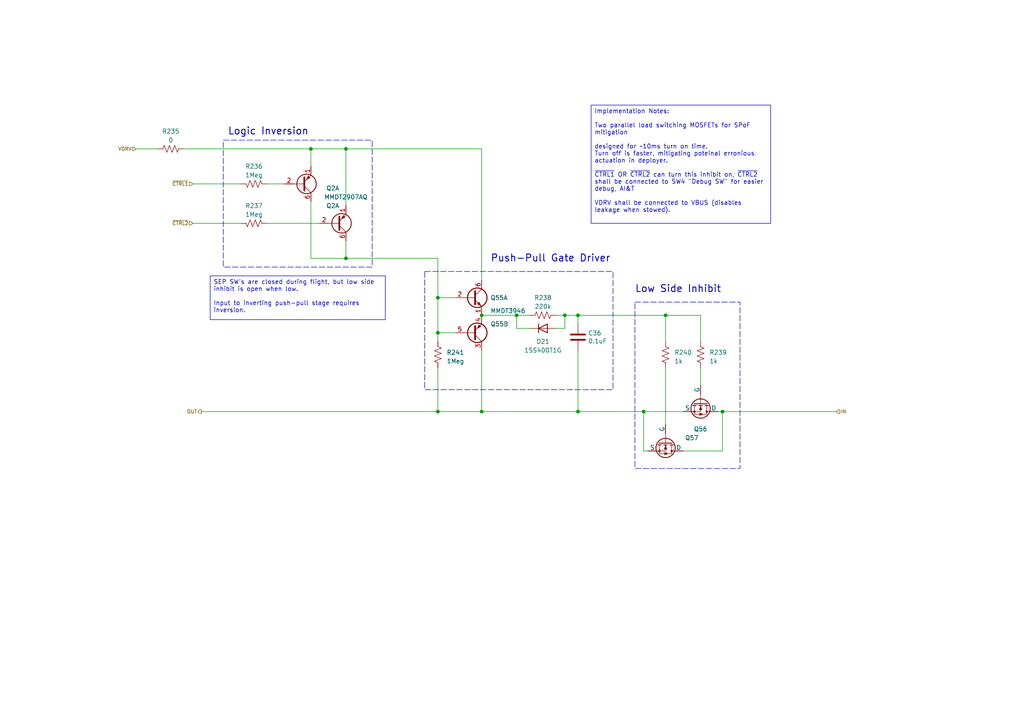
<source format=kicad_sch>
(kicad_sch (version 20230121) (generator eeschema)
  (paper "A4")
  (lib_symbols
    (symbol "Device:C" (pin_numbers hide) (pin_names (offset 0.254))
      (property "Reference" "C" (at 0.635 2.54 0))
      (property "Value" "C" (at 0.635 -2.54 0))
      (symbol "C_0_1"
        (polyline (pts (xy -2.032 -0.762) (xy 2.032 -0.762)) (stroke (width 0.508)))
        (polyline (pts (xy -2.032 0.762) (xy 2.032 0.762)) (stroke (width 0.508)))
      )
      (symbol "C_1_1"
        (pin passive line (at 0 3.81 270) (length 2.794) (name "~") (number "1"))
        (pin passive line (at 0 -3.81 90) (length 2.794) (name "~") (number "2"))
      )
    )
    (symbol "Device:D" (pin_numbers hide) (pin_names (offset 1.016) hide)
      (property "Reference" "D" (at 0 2.54 0))
      (property "Value" "D" (at 0 -2.54 0))
      (symbol "D_0_1"
        (polyline (pts (xy -1.27 1.27) (xy -1.27 -1.27)) (stroke (width 0.254)))
        (polyline (pts (xy 1.27 0) (xy -1.27 0)))
        (polyline (pts (xy 1.27 1.27) (xy 1.27 -1.27) (xy -1.27 0) (xy 1.27 1.27)) (stroke (width 0.254)))
      )
      (symbol "D_1_1"
        (pin passive line (at -3.81 0 0) (length 2.54) (name "K") (number "1"))
        (pin passive line (at 3.81 0 180) (length 2.54) (name "A") (number "2"))
      )
    )
    (symbol "Device:R_US" (pin_numbers hide) (pin_names (offset 0))
      (property "Reference" "R" (at 2.54 0 90))
      (property "Value" "R_US" (at -2.54 0 90))
      (symbol "R_US_0_1"
        (polyline (pts (xy 0 -2.286) (xy 0 -2.54)))
        (polyline (pts (xy 0 2.286) (xy 0 2.54)))
        (polyline (pts (xy 0 -0.762) (xy 1.016 -1.143) (xy 0 -1.524) (xy -1.016 -1.905) (xy 0 -2.286)))
        (polyline (pts (xy 0 0.762) (xy 1.016 0.381) (xy 0 0) (xy -1.016 -0.381) (xy 0 -0.762)))
        (polyline (pts (xy 0 2.286) (xy 1.016 1.905) (xy 0 1.524) (xy -1.016 1.143) (xy 0 0.762)))
      )
      (symbol "R_US_1_1"
        (pin passive line (at 0 3.81 270) (length 1.27) (name "~") (number "1"))
        (pin passive line (at 0 -3.81 90) (length 1.27) (name "~") (number "2"))
      )
    )
    (symbol "SierraLobo:BSZ025" (pin_numbers hide) (pin_names (offset 0))
      (property "Reference" "Q" (at 2.54 3.81 0))
      (property "Value" "BSZ025N04LS" (at 8.89 1.27 0))
      (symbol "BSZ025_0_1"
        (circle (center -0.889 0) (radius 2.794) (stroke (width 0.254)))
        (circle (center 0 -1.778) (radius 0.254) (fill (type outline)))
        (polyline (pts (xy -2.286 0) (xy -5.08 0)))
        (polyline (pts (xy -2.286 1.905) (xy -2.286 -1.905)) (stroke (width 0.254)))
        (polyline (pts (xy -1.778 -1.27) (xy -1.778 -2.286)) (stroke (width 0.254)))
        (polyline (pts (xy -1.778 0.508) (xy -1.778 -0.508)) (stroke (width 0.254)))
        (polyline (pts (xy -1.778 2.286) (xy -1.778 1.27)) (stroke (width 0.254)))
        (polyline (pts (xy 0 2.54) (xy 0 1.778)))
        (polyline (pts (xy 0 -2.54) (xy 0 0) (xy -1.778 0)))
        (polyline (pts (xy -1.778 -1.778) (xy 0.762 -1.778) (xy 0.762 1.778) (xy -1.778 1.778)))
        (polyline (pts (xy -1.524 0) (xy -0.508 0.381) (xy -0.508 -0.381) (xy -1.524 0)) (fill (type outline)))
        (polyline (pts (xy 0.381 0.381) (xy 0.381 0.381) (xy 1.143 0.381) (xy 1.143 0.381)))
        (circle (center 0 1.778) (radius 0.254) (fill (type outline)))
      )
      (symbol "BSZ025_1_1"
        (polyline (pts (xy 0.762 0.381) (xy 0.381 -0.254) (xy 1.143 -0.254) (xy 0.762 0.381)) (fill (type outline)))
        (pin passive line (at 0 -5.08 90) (length 2.54) (name "S") (number "1"))
        (pin input line (at -7.62 0 0) (length 2.54) (name "G") (number "4"))
        (pin passive line (at 0 5.08 270) (length 2.54) (name "D") (number "5"))
      )
    )
    (symbol "SierraLobo:MMDT2907" (pin_names (offset 0) hide)
      (property "Reference" "Q" (at 5.08 1.27 0))
      (property "Value" "MMDT2907" (at 5.08 -1.27 0))
      (symbol "MMDT2907_0_1"
        (polyline (pts (xy 0.635 0) (xy -2.54 0)))
        (polyline (pts (xy 0.635 0.635) (xy 2.54 2.54)))
        (polyline (pts (xy 0.635 -0.635) (xy 2.54 -2.54) (xy 2.54 -2.54)))
        (polyline (pts (xy 0.635 1.905) (xy 0.635 -1.905) (xy 0.635 -1.905)) (stroke (width 0.508)))
        (polyline (pts (xy 2.286 -1.778) (xy 1.778 -2.286) (xy 1.27 -1.27) (xy 2.286 -1.778) (xy 2.286 -1.778)) (fill (type outline)))
        (circle (center 1.27 0) (radius 2.8194) (stroke (width 0.254)))
      )
      (symbol "MMDT2907_1_1"
        (pin passive line (at 2.54 -5.08 90) (length 2.54) (name "E1") (number "1"))
        (pin input line (at -5.08 0 0) (length 2.54) (name "B1") (number "2"))
        (pin passive line (at 2.54 5.08 270) (length 2.54) (name "C1") (number "6"))
      )
      (symbol "MMDT2907_2_1"
        (pin passive line (at 2.54 5.08 270) (length 2.54) (name "C2") (number "3"))
        (pin passive line (at 2.54 -5.08 90) (length 2.54) (name "E2") (number "4"))
        (pin input line (at -5.08 0 0) (length 2.54) (name "B2") (number "5"))
      )
    )
    (symbol "Transistor_BJT:MMDT3946" (pin_names (offset 0) hide)
      (property "Reference" "Q" (at 5.08 1.27 0))
      (property "Value" "MMDT3946" (at 5.08 -1.27 0))
      (symbol "MMDT3946_0_1"
        (polyline (pts (xy 0.635 0) (xy -2.54 0)))
        (circle (center 1.27 0) (radius 2.8194) (stroke (width 0.254)))
        (circle (center 1.27 0) (radius 2.8194) (stroke (width 0.254)))
      )
      (symbol "MMDT3946_1_1"
        (polyline (pts (xy 0.635 0.635) (xy 2.54 2.54)))
        (polyline (pts (xy 0.635 -0.635) (xy 2.54 -2.54) (xy 2.54 -2.54)))
        (polyline (pts (xy 0.635 1.905) (xy 0.635 -1.905) (xy 0.635 -1.905)) (stroke (width 0.508)))
        (polyline (pts (xy 1.27 -1.778) (xy 1.778 -1.27) (xy 2.286 -2.286) (xy 1.27 -1.778) (xy 1.27 -1.778)) (fill (type outline)))
        (pin passive line (at 2.54 -5.08 90) (length 2.54) (name "E1") (number "1"))
        (pin input line (at -5.08 0 0) (length 2.54) (name "B1") (number "2"))
        (pin passive line (at 2.54 5.08 270) (length 2.54) (name "C1") (number "6"))
      )
      (symbol "MMDT3946_2_1"
        (polyline (pts (xy 0.635 0.635) (xy 2.54 2.54)))
        (polyline (pts (xy 0.635 -0.635) (xy 2.54 -2.54) (xy 2.54 -2.54)))
        (polyline (pts (xy 0.635 1.905) (xy 0.635 -1.905) (xy 0.635 -1.905)) (stroke (width 0.508)))
        (polyline (pts (xy 2.286 -1.778) (xy 1.778 -2.286) (xy 1.27 -1.27) (xy 2.286 -1.778) (xy 2.286 -1.778)) (fill (type outline)))
        (pin passive line (at 2.54 5.08 270) (length 2.54) (name "C2") (number "3"))
        (pin passive line (at 2.54 -5.08 90) (length 2.54) (name "E2") (number "4"))
        (pin input line (at -5.08 0 0) (length 2.54) (name "B2") (number "5"))
      )
    )
  )
  (junction (at 209.55 119.38))
  (junction (at 127 119.38))
  (junction (at 163.83 91.44))
  (junction (at 139.7 119.38))
  (junction (at 139.7 91.44))
  (junction (at 186.69 119.38))
  (junction (at 90.17 43.18))
  (junction (at 167.64 91.44))
  (junction (at 149.86 91.44))
  (junction (at 127 86.36))
  (junction (at 167.64 119.38))
  (junction (at 100.33 74.93))
  (junction (at 193.04 91.44))
  (junction (at 100.33 43.18))
  (junction (at 127 96.52))
  (wire (pts (xy 127 86.36) (xy 127 74.93)))
  (wire (pts (xy 153.67 95.25) (xy 149.86 95.25)))
  (wire (pts (xy 186.69 119.38) (xy 186.69 130.81)))
  (wire (pts (xy 53.34 43.18) (xy 90.17 43.18)))
  (wire (pts (xy 69.85 53.34) (xy 55.88 53.34)))
  (wire (pts (xy 100.33 74.93) (xy 127 74.93)))
  (wire (pts (xy 186.69 130.81) (xy 187.96 130.81)))
  (wire (pts (xy 127 96.52) (xy 132.08 96.52)))
  (wire (pts (xy 198.12 130.81) (xy 209.55 130.81)))
  (wire (pts (xy 90.17 74.93) (xy 100.33 74.93)))
  (wire (pts (xy 167.64 101.6) (xy 167.64 119.38)))
  (wire (pts (xy 163.83 91.44) (xy 167.64 91.44)))
  (wire (pts (xy 163.83 95.25) (xy 161.29 95.25)))
  (wire (pts (xy 203.2 99.06) (xy 203.2 91.44)))
  (wire (pts (xy 186.69 119.38) (xy 198.12 119.38)))
  (wire (pts (xy 203.2 106.68) (xy 203.2 111.76)))
  (wire (pts (xy 77.47 64.77) (xy 92.71 64.77)))
  (wire (pts (xy 39.37 43.18) (xy 45.72 43.18)))
  (wire (pts (xy 167.64 119.38) (xy 186.69 119.38)))
  (wire (pts (xy 100.33 43.18) (xy 100.33 59.69)))
  (wire (pts (xy 208.28 119.38) (xy 209.55 119.38)))
  (wire (pts (xy 127 86.36) (xy 132.08 86.36)))
  (wire (pts (xy 139.7 43.18) (xy 139.7 81.28)))
  (wire (pts (xy 149.86 95.25) (xy 149.86 91.44)))
  (wire (pts (xy 163.83 91.44) (xy 163.83 95.25)))
  (wire (pts (xy 82.55 53.34) (xy 77.47 53.34)))
  (wire (pts (xy 139.7 101.6) (xy 139.7 119.38)))
  (wire (pts (xy 90.17 58.42) (xy 90.17 74.93)))
  (wire (pts (xy 100.33 43.18) (xy 90.17 43.18)))
  (wire (pts (xy 209.55 119.38) (xy 242.57 119.38)))
  (wire (pts (xy 139.7 91.44) (xy 149.86 91.44)))
  (wire (pts (xy 90.17 43.18) (xy 90.17 48.26)))
  (wire (pts (xy 127 96.52) (xy 127 99.06)))
  (wire (pts (xy 127 106.68) (xy 127 119.38)))
  (wire (pts (xy 193.04 91.44) (xy 203.2 91.44)))
  (wire (pts (xy 209.55 130.81) (xy 209.55 119.38)))
  (wire (pts (xy 55.88 64.77) (xy 69.85 64.77)))
  (wire (pts (xy 193.04 106.68) (xy 193.04 123.19)))
  (wire (pts (xy 163.83 91.44) (xy 161.29 91.44)))
  (wire (pts (xy 149.86 91.44) (xy 153.67 91.44)))
  (wire (pts (xy 58.42 119.38) (xy 127 119.38)))
  (wire (pts (xy 100.33 43.18) (xy 139.7 43.18)))
  (wire (pts (xy 167.64 91.44) (xy 167.64 93.98)))
  (wire (pts (xy 127 86.36) (xy 127 96.52)))
  (wire (pts (xy 139.7 119.38) (xy 167.64 119.38)))
  (wire (pts (xy 167.64 91.44) (xy 193.04 91.44)))
  (wire (pts (xy 127 119.38) (xy 139.7 119.38)))
  (wire (pts (xy 193.04 99.06) (xy 193.04 91.44)))
  (wire (pts (xy 100.33 69.85) (xy 100.33 74.93)))
  (rectangle (start 123.19 78.74) (end 177.8 113.03) (stroke (width 0) (type dash)))
  (rectangle (start 64.77 40.64) (end 107.95 77.47) (stroke (width 0) (type dash)))
  (rectangle (start 184.15 87.63) (end 214.63 135.89) (stroke (width 0) (type dash)))
  (text_box "Implementation Notes:\n\nTwo parallel load switching MOSFETs for SPoF mitigation\n\ndesigned for ~10ms turn on time. \nTurn off is faster, mitigating poteinal erronious actuation in deployer.\n\n~{CTRL1} OR ~{CTRL2} can turn this inhibit on, ~{CTRL2} shall be connected to SW4 \"Debug SW\" for easier debug, AI&T\n\nVDRV shall be connected to VBUS (disables leakage when stowed)." (at 171.45 30.48 0) (size 52.07 34.29) (effects (font (size 1.27 1.27)) (justify left top)))
  (text_box "SEP SW's are closed during flight, but low side inhibit is open when low.\n\nInput to inverting push-pull stage requires inversion." (at 60.96 80.01 0) (size 50.8 12.7) (effects (font (size 1.27 1.27)) (justify left top)))
  (text "Logic Inversion" (at 66.04 39.37 0) (effects (font (size 2.032 2.032) (thickness 0.254) bold) (justify left bottom)))
  (text "Low Side Inhibit" (at 184.15 85.09 0) (effects (font (size 2.032 2.032) (thickness 0.254) bold) (justify left bottom)))
  (text "Push-Pull Gate Driver" (at 142.24 76.2 0) (effects (font (size 2.032 2.032) (thickness 0.254) bold) (justify left bottom)))
  (hierarchical_label "~{CTRL1}" (shape input) (at 55.88 53.34 180) (effects (font (size 1.016 1.016))))
  (hierarchical_label "IN" (shape input) (at 242.57 119.38 0) (effects (font (size 1.016 1.016))))
  (hierarchical_label "OUT" (shape output) (at 58.42 119.38 180) (effects (font (size 1.016 1.016))))
  (hierarchical_label "~{CTRL2}" (shape input) (at 55.88 64.77 180) (effects (font (size 1.016 1.016))))
  (hierarchical_label "VDRV" (shape input) (at 39.37 43.18 180) (effects (font (size 1.016 1.016))))
  (symbol (lib_id "SierraLobo:MMDT2907") (at 97.79 64.77 0) (mirror x) (unit 1)
    (property "Reference" "Q2" (at 96.52 59.69 0))
    (property "Value" "MMDT2907AQ" (effects hide))
    (property "Footprint" "Package_TO_SOT_SMD:SOT-363_SC-70-6" (effects hide))
    (property "Mfr. Part No" "MMDT2907AQ-7-F" (effects hide))
    (instances (project "mainboard" (path "" (reference "Q2") (unit 1)) (path "" (reference "Q54") (unit 2))))
  )
  (symbol (lib_id "Device:D") (at 157.48 95.25 0) (mirror x) (unit 1)
    (property "Reference" "D21" (at 157.48 99.06 0))
    (property "Value" "1SS400T1G" (at 157.48 101.6 0))
    (property "Footprint" "Diode_SMD:D_SOD-523" (effects hide))
    (property "Sim.Device" "D" (effects hide))
    (property "Sim.Pins" "1=K 2=A" (effects hide))
  )
  (symbol (lib_id "SierraLobo:BSZ025") (at 203.2 119.38 270) (unit 1)
    (property "Reference" "Q56" (at 203.2 124.46 90))
    (property "Value" "BSZ025" (effects hide))
    (property "Footprint" "SierraLobo:PG-TSDSON-8_3.3x3.3mm" (effects hide))
    (property "Mfr. Part No" "BSZ025N04LSATMA1" (effects hide))
  )
  (symbol (lib_id "Device:R_US") (at 193.04 102.87 180) (unit 1)
    (property "Reference" "R240" (at 195.58 102.235 0) (effects (justify right)))
    (property "Value" "1k" (at 195.58 104.775 0) (effects (justify right)))
    (property "Footprint" "Resistor_SMD:R_0402_1005Metric" (effects hide))
  )
  (symbol (lib_id "Transistor_BJT:MMDT3946") (at 137.16 96.52 0) (mirror x) (unit 2)
    (property "Reference" "Q55" (at 142.24 93.98 0) (effects (justify left)))
    (property "Value" "MMDT3946" (effects hide))
    (property "Footprint" "Package_TO_SOT_SMD:SOT-363_SC-70-6" (effects hide))
    (property "Datasheet" "http://www.diodes.com/_files/datasheets/ds30123.pdf" (effects hide))
    (property "Mfr. Part No" "MMDT3946-7-F" (effects hide))
  )
  (symbol (lib_id "Device:R_US") (at 127 102.87 0) (unit 1)
    (property "Reference" "R241" (at 129.54 102.235 0) (effects (justify left)))
    (property "Value" "1Meg" (at 129.54 104.775 0) (effects (justify left)))
    (property "Footprint" "Resistor_SMD:R_0402_1005Metric" (effects hide))
  )
  (symbol (lib_id "SierraLobo:BSZ025") (at 193.04 130.81 270) (unit 1)
    (property "Reference" "Q57" (at 200.66 127 90))
    (property "Value" "BSZ025" (effects hide))
    (property "Footprint" "SierraLobo:PG-TSDSON-8_3.3x3.3mm" (effects hide))
    (property "Mfr. Part No" "BSZ025N04LSATMA1" (effects hide))
  )
  (symbol (lib_id "Transistor_BJT:MMDT3946") (at 137.16 86.36 0) (unit 1)
    (property "Reference" "Q55" (at 142.24 86.36 0) (effects (justify left)))
    (property "Value" "MMDT3946" (at 142.24 90.17 0) (effects (justify left)))
    (property "Footprint" "Package_TO_SOT_SMD:SOT-363_SC-70-6" (effects hide))
    (property "Datasheet" "http://www.diodes.com/_files/datasheets/ds30123.pdf" (effects hide))
    (property "Mfr. Part No" "MMDT3946-7-F" (effects hide))
  )
  (symbol (lib_id "Device:R_US") (at 73.66 53.34 90) (mirror x) (unit 1)
    (property "Reference" "R236" (at 73.66 48.26 90))
    (property "Value" "1Meg" (at 73.66 50.8 90))
    (property "Footprint" "Resistor_SMD:R_0402_1005Metric" (effects hide))
  )
  (symbol (lib_id "Device:R_US") (at 203.2 102.87 180) (unit 1)
    (property "Reference" "R239" (at 205.74 102.235 0) (effects (justify right)))
    (property "Value" "1k" (at 205.74 104.775 0) (effects (justify right)))
    (property "Footprint" "Resistor_SMD:R_0402_1005Metric" (effects hide))
  )
  (symbol (lib_id "Device:R_US") (at 73.66 64.77 90) (mirror x) (unit 1)
    (property "Reference" "R237" (at 73.66 59.69 90))
    (property "Value" "1Meg" (at 73.66 62.23 90))
    (property "Footprint" "Resistor_SMD:R_0402_1005Metric" (effects hide))
  )
  (symbol (lib_id "SierraLobo:MMDT2907") (at 87.63 53.34 0) (mirror x) (unit 1)
    (property "Reference" "Q2" (at 96.52 54.61 0))
    (property "Value" "MMDT2907AQ" (at 100.33 57.15 0))
    (property "Footprint" "Package_TO_SOT_SMD:SOT-363_SC-70-6" (effects hide))
    (property "Mfr. Part No" "MMDT2907AQ-7-F" (effects hide))
    (instances (project "mainboard" (path "" (reference "Q2") (unit 1)) (path "" (reference "Q54") (unit 1))))
  )
  (symbol (lib_id "Device:R_US") (at 157.48 91.44 90) (unit 1)
    (property "Reference" "R238" (at 157.48 86.36 90))
    (property "Value" "220k" (at 157.48 88.9 90))
    (property "Footprint" "Resistor_SMD:R_0402_1005Metric" (effects hide))
  )
  (symbol (lib_id "Device:R_US") (at 49.53 43.18 90) (unit 1)
    (property "Reference" "R235" (at 49.53 38.1 90))
    (property "Value" "0" (at 49.53 40.64 90))
    (property "Footprint" "Resistor_SMD:R_0603_1608Metric" (effects hide))
  )
  (symbol (lib_id "Device:C") (at 167.64 97.79 0) (unit 1)
    (property "Reference" "C36" (at 170.561 96.6216 0) (effects (justify left)))
    (property "Value" "0.1uF" (at 170.561 98.933 0) (effects (justify left)))
    (property "Footprint" "Capacitor_SMD:C_0402_1005Metric" (effects hide))
    (instances (project "mainboard" (path "" (reference "C36") (unit 1)) (path "" (reference "C117") (unit 1))))
  )
)
</source>
